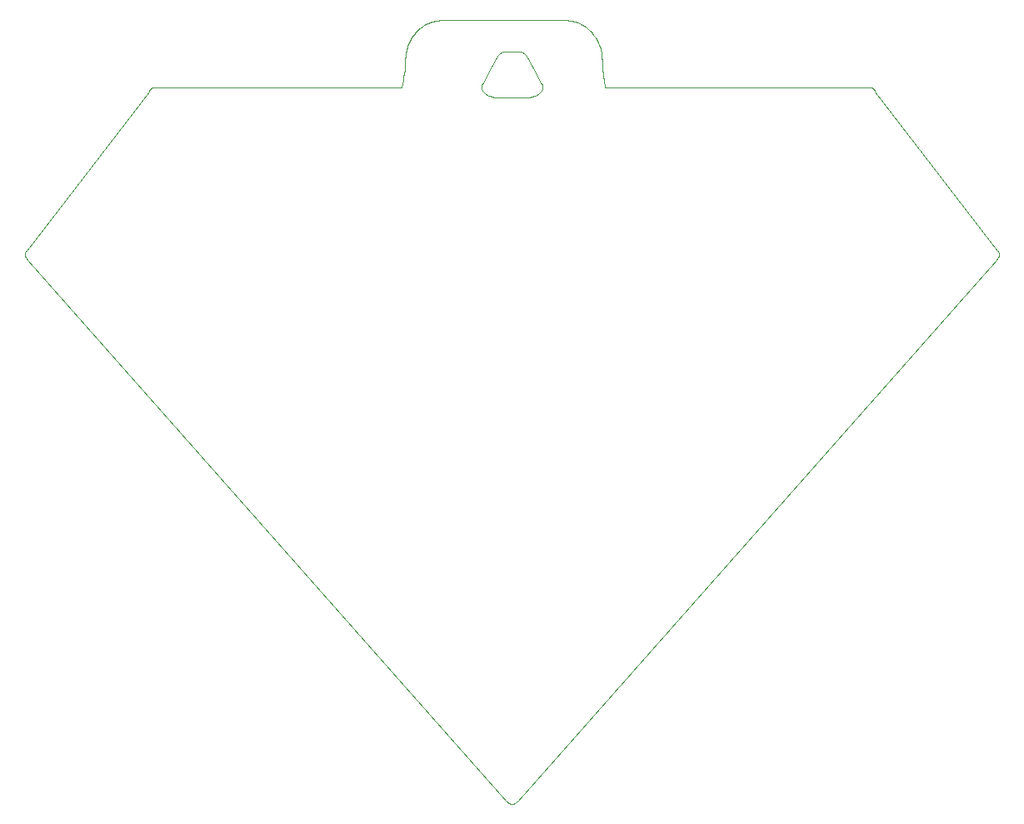
<source format=gm1>
G04 #@! TF.GenerationSoftware,KiCad,Pcbnew,(5.1.2)-1*
G04 #@! TF.CreationDate,2019-06-22T12:29:30-06:00*
G04 #@! TF.ProjectId,superhashtagpcb,73757065-7268-4617-9368-746167706362,rev?*
G04 #@! TF.SameCoordinates,Original*
G04 #@! TF.FileFunction,Profile,NP*
%FSLAX46Y46*%
G04 Gerber Fmt 4.6, Leading zero omitted, Abs format (unit mm)*
G04 Created by KiCad (PCBNEW (5.1.2)-1) date 2019-06-22 12:29:30*
%MOMM*%
%LPD*%
G04 APERTURE LIST*
%ADD10C,0.100000*%
G04 APERTURE END LIST*
D10*
X142557091Y-71771163D02*
X142557091Y-71791317D01*
X142557091Y-71791317D02*
X142377547Y-71813793D01*
X142377547Y-71813793D02*
X142200841Y-71845209D01*
X142200841Y-71845209D02*
X142027159Y-71885341D01*
X142027159Y-71885341D02*
X141856690Y-71933969D01*
X141856690Y-71933969D02*
X141689620Y-71990867D01*
X141689620Y-71990867D02*
X141526137Y-72055815D01*
X141526137Y-72055815D02*
X141366429Y-72128589D01*
X141366429Y-72128589D02*
X141210682Y-72208967D01*
X141210682Y-72208967D02*
X141059084Y-72296726D01*
X141059084Y-72296726D02*
X140911823Y-72391643D01*
X140911823Y-72391643D02*
X140769086Y-72493496D01*
X140769086Y-72493496D02*
X140631061Y-72602061D01*
X140631061Y-72602061D02*
X140497934Y-72717117D01*
X140497934Y-72717117D02*
X140369893Y-72838441D01*
X140369893Y-72838441D02*
X140247126Y-72965809D01*
X140247126Y-72965809D02*
X140129819Y-73099000D01*
X140129819Y-73099000D02*
X140018161Y-73237790D01*
X140018161Y-73237790D02*
X139912339Y-73381957D01*
X139912339Y-73381957D02*
X139812540Y-73531278D01*
X139812540Y-73531278D02*
X139718951Y-73685530D01*
X139718951Y-73685530D02*
X139631760Y-73844492D01*
X139631760Y-73844492D02*
X139551154Y-74007940D01*
X139551154Y-74007940D02*
X139477321Y-74175651D01*
X139477321Y-74175651D02*
X139410448Y-74347403D01*
X139410448Y-74347403D02*
X139350723Y-74522973D01*
X139350723Y-74522973D02*
X139298332Y-74702138D01*
X139298332Y-74702138D02*
X139253464Y-74884676D01*
X139253464Y-74884676D02*
X139216305Y-75070365D01*
X139216305Y-75070365D02*
X139187043Y-75258980D01*
X139187043Y-75258980D02*
X139165866Y-75450301D01*
X139165866Y-75450301D02*
X139152960Y-75644103D01*
X139152960Y-75644103D02*
X139148514Y-75840165D01*
X139148514Y-75840165D02*
X139146401Y-75990697D01*
X139146401Y-75990697D02*
X139140296Y-76145746D01*
X139140296Y-76145746D02*
X139117392Y-76467977D01*
X139117392Y-76467977D02*
X139082357Y-76804017D01*
X139082357Y-76804017D02*
X139037748Y-77151025D01*
X139037748Y-77151025D02*
X138986120Y-77506162D01*
X138986120Y-77506162D02*
X138930030Y-77866586D01*
X138930030Y-77866586D02*
X138814684Y-78591935D01*
X138814684Y-78591935D02*
X114436328Y-78591935D01*
X114436328Y-78591935D02*
X113680818Y-78591935D01*
X113680818Y-78591935D02*
X113583150Y-78591935D01*
X113583150Y-78591935D02*
X113583150Y-78599687D01*
X113583150Y-78599687D02*
X113418819Y-78648779D01*
X113418819Y-78648779D02*
X113277226Y-78738696D01*
X113277226Y-78738696D02*
X113166121Y-78862719D01*
X113166121Y-78862719D02*
X113092741Y-79014648D01*
X113092741Y-79014648D02*
X100666626Y-95166632D01*
X100666626Y-95166632D02*
X100631486Y-95207976D01*
X100631486Y-95207976D02*
X100621667Y-95218311D01*
X100621667Y-95218311D02*
X100591178Y-95262234D01*
X100591178Y-95262234D02*
X100563790Y-95311844D01*
X100563790Y-95311844D02*
X100559139Y-95320112D01*
X100559139Y-95320112D02*
X100543636Y-95354735D01*
X100543636Y-95354735D02*
X100531234Y-95387808D01*
X100531234Y-95387808D02*
X100524516Y-95410546D01*
X100524516Y-95410546D02*
X100515214Y-95445170D01*
X100515214Y-95445170D02*
X100510563Y-95467908D01*
X100510563Y-95467908D02*
X100505912Y-95500462D01*
X100505912Y-95500462D02*
X100501778Y-95536636D01*
X100501778Y-95536636D02*
X100500228Y-95575395D01*
X100500228Y-95575395D02*
X100501778Y-95622420D01*
X100501778Y-95622420D02*
X100505912Y-95653426D01*
X100505912Y-95653426D02*
X100512630Y-95693733D01*
X100512630Y-95693733D02*
X100513147Y-95699935D01*
X100513147Y-95699935D02*
X100526583Y-95747993D01*
X100526583Y-95747993D02*
X100531234Y-95761945D01*
X100531234Y-95761945D02*
X100546737Y-95804837D01*
X100546737Y-95804837D02*
X100559139Y-95830676D01*
X100559139Y-95830676D02*
X100571541Y-95854446D01*
X100571541Y-95854446D02*
X100584977Y-95877184D01*
X100584977Y-95877184D02*
X100606681Y-95912842D01*
X100606681Y-95912842D02*
X100609265Y-95917493D01*
X100609265Y-95917493D02*
X100644922Y-95962451D01*
X100644922Y-95962451D02*
X100685746Y-96004824D01*
X100685746Y-96004824D02*
X100689364Y-96008960D01*
X100689364Y-96008960D02*
X100727604Y-96042033D01*
X100727604Y-96042033D02*
X100754993Y-96062186D01*
X100754993Y-96062186D02*
X100773079Y-96074590D01*
X100773079Y-96074590D02*
X100800985Y-96090608D01*
X100800985Y-96090608D02*
X149487936Y-151145644D01*
X149487936Y-151145644D02*
X149489486Y-151143578D01*
X149489486Y-151143578D02*
X149518940Y-151180786D01*
X149518940Y-151180786D02*
X149559249Y-151225744D01*
X149559249Y-151225744D02*
X149604723Y-151266569D01*
X149604723Y-151266569D02*
X149653300Y-151302740D01*
X149653300Y-151302740D02*
X149705492Y-151334263D01*
X149705492Y-151334263D02*
X149754070Y-151357001D01*
X149754070Y-151357001D02*
X149764920Y-151361653D01*
X149764920Y-151361653D02*
X149807812Y-151377154D01*
X149807812Y-151377154D02*
X149822798Y-151381806D01*
X149822798Y-151381806D02*
X149852254Y-151389558D01*
X149852254Y-151389558D02*
X149890494Y-151397826D01*
X149890494Y-151397826D02*
X149892561Y-151397826D01*
X149892561Y-151397826D02*
X149902898Y-151399893D01*
X149902898Y-151399893D02*
X149948372Y-151405579D01*
X149948372Y-151405579D02*
X149953539Y-151406611D01*
X149953539Y-151406611D02*
X150002117Y-151408161D01*
X150002117Y-151408161D02*
X150061026Y-151405060D01*
X150061026Y-151405060D02*
X150076528Y-151402478D01*
X150076528Y-151402478D02*
X150119938Y-151395760D01*
X150119938Y-151395760D02*
X150120970Y-151395760D01*
X150120970Y-151395760D02*
X150126656Y-151394210D01*
X150126656Y-151394210D02*
X150177297Y-151381806D01*
X150177297Y-151381806D02*
X150188666Y-151377673D01*
X150188666Y-151377673D02*
X150239310Y-151359586D01*
X150239310Y-151359586D02*
X150294603Y-151333747D01*
X150294603Y-151333747D02*
X150396407Y-151266569D01*
X150396407Y-151266569D02*
X150482190Y-151180786D01*
X150482190Y-151180786D02*
X150510611Y-151143578D01*
X150510611Y-151143578D02*
X150512162Y-151146163D01*
X150512162Y-151146163D02*
X199199111Y-96091642D01*
X199199111Y-96091642D02*
X199227017Y-96074590D01*
X199227017Y-96074590D02*
X199244588Y-96062186D01*
X199244588Y-96062186D02*
X199272491Y-96042549D01*
X199272491Y-96042549D02*
X199310734Y-96008960D01*
X199310734Y-96008960D02*
X199314351Y-96005343D01*
X199314351Y-96005343D02*
X199355173Y-95962451D01*
X199355173Y-95962451D02*
X199390831Y-95917493D01*
X199390831Y-95917493D02*
X199393416Y-95912842D01*
X199393416Y-95912842D02*
X199415120Y-95877700D01*
X199415120Y-95877700D02*
X199428555Y-95854446D01*
X199428555Y-95854446D02*
X199440956Y-95830676D01*
X199440956Y-95830676D02*
X199453360Y-95805355D01*
X199453360Y-95805355D02*
X199468346Y-95762463D01*
X199468346Y-95762463D02*
X199473513Y-95747993D01*
X199473513Y-95747993D02*
X199486433Y-95700450D01*
X199486433Y-95700450D02*
X199487465Y-95693733D01*
X199487465Y-95693733D02*
X199494185Y-95653426D01*
X199494185Y-95653426D02*
X199497802Y-95622420D01*
X199497802Y-95622420D02*
X199499869Y-95575395D01*
X199499869Y-95575395D02*
X199497802Y-95536636D01*
X199497802Y-95536636D02*
X199494185Y-95500462D01*
X199494185Y-95500462D02*
X199489534Y-95467908D01*
X199489534Y-95467908D02*
X199484367Y-95445170D01*
X199484367Y-95445170D02*
X199475064Y-95411062D01*
X199475064Y-95411062D02*
X199468346Y-95387808D01*
X199468346Y-95387808D02*
X199455942Y-95354735D01*
X199455942Y-95354735D02*
X199440956Y-95320630D01*
X199440956Y-95320630D02*
X199435789Y-95311844D01*
X199435789Y-95311844D02*
X199408402Y-95262234D01*
X199408402Y-95262234D02*
X199377911Y-95218311D01*
X199377911Y-95218311D02*
X199369127Y-95207976D01*
X199369127Y-95207976D02*
X199333988Y-95167151D01*
X199333988Y-95167151D02*
X186908390Y-79014648D01*
X186908390Y-79014648D02*
X186835008Y-78862719D01*
X186835008Y-78862719D02*
X186723904Y-78738696D01*
X186723904Y-78738696D02*
X186582310Y-78648779D01*
X186582310Y-78648779D02*
X186417980Y-78599687D01*
X186417980Y-78599687D02*
X186417980Y-78591935D01*
X186417980Y-78591935D02*
X186319795Y-78591935D01*
X186319795Y-78591935D02*
X185564802Y-78591935D01*
X185564802Y-78591935D02*
X185466617Y-78591935D01*
X185466617Y-78591935D02*
X159482156Y-78591935D01*
X159482156Y-78591935D02*
X159366788Y-77866589D01*
X159366788Y-77866589D02*
X159310696Y-77506156D01*
X159310696Y-77506156D02*
X159259072Y-77151010D01*
X159259072Y-77151010D02*
X159214469Y-76803994D01*
X159214469Y-76803994D02*
X159179441Y-76467952D01*
X159179441Y-76467952D02*
X159156542Y-76145727D01*
X159156542Y-76145727D02*
X159150439Y-75990686D01*
X159150439Y-75990686D02*
X159148326Y-75840165D01*
X159148326Y-75840165D02*
X159143439Y-75630779D01*
X159143439Y-75630779D02*
X159128952Y-75424141D01*
X159128952Y-75424141D02*
X159105102Y-75220508D01*
X159105102Y-75220508D02*
X159072122Y-75020135D01*
X159072122Y-75020135D02*
X159030250Y-74823278D01*
X159030250Y-74823278D02*
X158979720Y-74630192D01*
X158979720Y-74630192D02*
X158920768Y-74441133D01*
X158920768Y-74441133D02*
X158853629Y-74256357D01*
X158853629Y-74256357D02*
X158778539Y-74076119D01*
X158778539Y-74076119D02*
X158695734Y-73900675D01*
X158695734Y-73900675D02*
X158605448Y-73730280D01*
X158605448Y-73730280D02*
X158507919Y-73565191D01*
X158507919Y-73565191D02*
X158403380Y-73405662D01*
X158403380Y-73405662D02*
X158292067Y-73251950D01*
X158292067Y-73251950D02*
X158174217Y-73104310D01*
X158174217Y-73104310D02*
X158050065Y-72962998D01*
X158050065Y-72962998D02*
X157919845Y-72828269D01*
X157919845Y-72828269D02*
X157783795Y-72700379D01*
X157783795Y-72700379D02*
X157642148Y-72579584D01*
X157642148Y-72579584D02*
X157495141Y-72466138D01*
X157495141Y-72466138D02*
X157343010Y-72360299D01*
X157343010Y-72360299D02*
X157185989Y-72262321D01*
X157185989Y-72262321D02*
X157024314Y-72172460D01*
X157024314Y-72172460D02*
X156858221Y-72090972D01*
X156858221Y-72090972D02*
X156687946Y-72018113D01*
X156687946Y-72018113D02*
X156513723Y-71954137D01*
X156513723Y-71954137D02*
X156335788Y-71899301D01*
X156335788Y-71899301D02*
X156154378Y-71853860D01*
X156154378Y-71853860D02*
X155969727Y-71818071D01*
X155969727Y-71818071D02*
X155782071Y-71792187D01*
X155782071Y-71792187D02*
X155591645Y-71776466D01*
X155591645Y-71776466D02*
X155398685Y-71771163D01*
X155398685Y-71771163D02*
X155301017Y-71774780D01*
X155301017Y-71774780D02*
X155301017Y-71771163D01*
X155301017Y-71771163D02*
X142898673Y-71771163D01*
X142898673Y-71771163D02*
X142557091Y-71771163D01*
X142557091Y-71771163D02*
X142557091Y-71771163D01*
X149386132Y-74937378D02*
X150613966Y-74937378D01*
X150613966Y-74937378D02*
X150683509Y-74939414D01*
X150683509Y-74939414D02*
X150750170Y-74945434D01*
X150750170Y-74945434D02*
X150814064Y-74955300D01*
X150814064Y-74955300D02*
X150875305Y-74968877D01*
X150875305Y-74968877D02*
X150934009Y-74986030D01*
X150934009Y-74986030D02*
X150990291Y-75006623D01*
X150990291Y-75006623D02*
X151096052Y-75057585D01*
X151096052Y-75057585D02*
X151193509Y-75120677D01*
X151193509Y-75120677D02*
X151283585Y-75194814D01*
X151283585Y-75194814D02*
X151367203Y-75278909D01*
X151367203Y-75278909D02*
X151445285Y-75371877D01*
X151445285Y-75371877D02*
X151518753Y-75472632D01*
X151518753Y-75472632D02*
X151588529Y-75580088D01*
X151588529Y-75580088D02*
X151655537Y-75693159D01*
X151655537Y-75693159D02*
X151720698Y-75810759D01*
X151720698Y-75810759D02*
X151849169Y-76055204D01*
X151849169Y-76055204D02*
X151981322Y-76304736D01*
X151981322Y-76304736D02*
X153040173Y-78238468D01*
X153040173Y-78238468D02*
X153070416Y-78300853D01*
X153070416Y-78300853D02*
X153093105Y-78363327D01*
X153093105Y-78363327D02*
X153108526Y-78425755D01*
X153108526Y-78425755D02*
X153116964Y-78488000D01*
X153116964Y-78488000D02*
X153118703Y-78549928D01*
X153118703Y-78549928D02*
X153114027Y-78611401D01*
X153114027Y-78611401D02*
X153103220Y-78672286D01*
X153103220Y-78672286D02*
X153086568Y-78732445D01*
X153086568Y-78732445D02*
X153064355Y-78791743D01*
X153064355Y-78791743D02*
X153036865Y-78850045D01*
X153036865Y-78850045D02*
X153004383Y-78907215D01*
X153004383Y-78907215D02*
X152967192Y-78963116D01*
X152967192Y-78963116D02*
X152925579Y-79017614D01*
X152925579Y-79017614D02*
X152879826Y-79070572D01*
X152879826Y-79070572D02*
X152777042Y-79171327D01*
X152777042Y-79171327D02*
X152661115Y-79264295D01*
X152661115Y-79264295D02*
X152534323Y-79348390D01*
X152534323Y-79348390D02*
X152398939Y-79422527D01*
X152398939Y-79422527D02*
X152257241Y-79485619D01*
X152257241Y-79485619D02*
X152111504Y-79536581D01*
X152111504Y-79536581D02*
X151964003Y-79574327D01*
X151964003Y-79574327D02*
X151817015Y-79597771D01*
X151817015Y-79597771D02*
X151672815Y-79605827D01*
X151672815Y-79605827D02*
X148327799Y-79605827D01*
X148327799Y-79605827D02*
X148183593Y-79597771D01*
X148183593Y-79597771D02*
X148036588Y-79574327D01*
X148036588Y-79574327D02*
X147889062Y-79536581D01*
X147889062Y-79536581D02*
X147743291Y-79485619D01*
X147743291Y-79485619D02*
X147601554Y-79422527D01*
X147601554Y-79422527D02*
X147466127Y-79348390D01*
X147466127Y-79348390D02*
X147339288Y-79264295D01*
X147339288Y-79264295D02*
X147223313Y-79171327D01*
X147223313Y-79171327D02*
X147120481Y-79070572D01*
X147120481Y-79070572D02*
X147074704Y-79017614D01*
X147074704Y-79017614D02*
X147033067Y-78963116D01*
X147033067Y-78963116D02*
X146995855Y-78907215D01*
X146995855Y-78907215D02*
X146963351Y-78850045D01*
X146963351Y-78850045D02*
X146935841Y-78791743D01*
X146935841Y-78791743D02*
X146913609Y-78732445D01*
X146913609Y-78732445D02*
X146896939Y-78672286D01*
X146896939Y-78672286D02*
X146886118Y-78611401D01*
X146886118Y-78611401D02*
X146881428Y-78549928D01*
X146881428Y-78549928D02*
X146883155Y-78488000D01*
X146883155Y-78488000D02*
X146891583Y-78425755D01*
X146891583Y-78425755D02*
X146906998Y-78363327D01*
X146906998Y-78363327D02*
X146929683Y-78300853D01*
X146929683Y-78300853D02*
X146959924Y-78238468D01*
X146959924Y-78238468D02*
X148018773Y-76304736D01*
X148018773Y-76304736D02*
X148150927Y-76055204D01*
X148150927Y-76055204D02*
X148279398Y-75810759D01*
X148279398Y-75810759D02*
X148344559Y-75693159D01*
X148344559Y-75693159D02*
X148411567Y-75580088D01*
X148411567Y-75580088D02*
X148481343Y-75472632D01*
X148481343Y-75472632D02*
X148554811Y-75371877D01*
X148554811Y-75371877D02*
X148632893Y-75278909D01*
X148632893Y-75278909D02*
X148716511Y-75194814D01*
X148716511Y-75194814D02*
X148806588Y-75120677D01*
X148806588Y-75120677D02*
X148904046Y-75057585D01*
X148904046Y-75057585D02*
X149009806Y-75006623D01*
X149009806Y-75006623D02*
X149066089Y-74986030D01*
X149066089Y-74986030D02*
X149124793Y-74968877D01*
X149124793Y-74968877D02*
X149186034Y-74955300D01*
X149186034Y-74955300D02*
X149249927Y-74945434D01*
X149249927Y-74945434D02*
X149316588Y-74939414D01*
X149316588Y-74939414D02*
X149386132Y-74937378D01*
X149386132Y-74937378D02*
X149386132Y-74937378D01*
M02*

</source>
